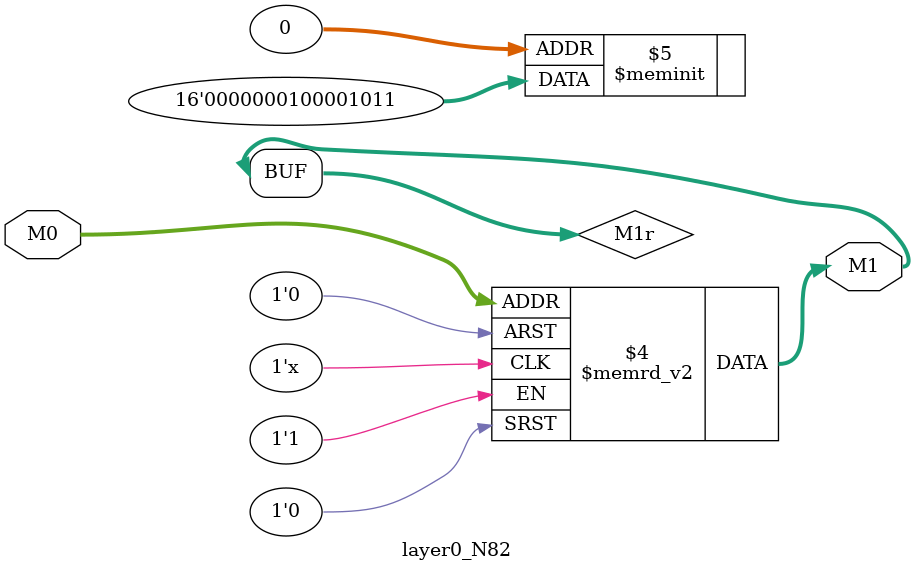
<source format=v>
module layer0_N82 ( input [2:0] M0, output [1:0] M1 );

	(*rom_style = "distributed" *) reg [1:0] M1r;
	assign M1 = M1r;
	always @ (M0) begin
		case (M0)
			3'b000: M1r = 2'b11;
			3'b100: M1r = 2'b01;
			3'b010: M1r = 2'b00;
			3'b110: M1r = 2'b00;
			3'b001: M1r = 2'b10;
			3'b101: M1r = 2'b00;
			3'b011: M1r = 2'b00;
			3'b111: M1r = 2'b00;

		endcase
	end
endmodule

</source>
